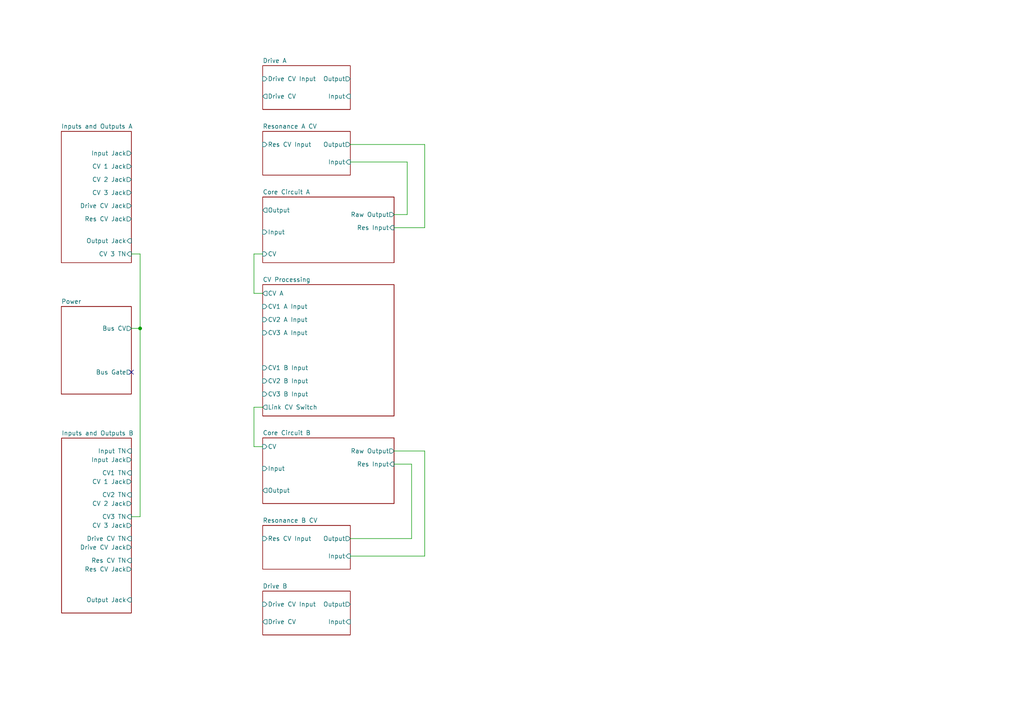
<source format=kicad_sch>
(kicad_sch
	(version 20231120)
	(generator "eeschema")
	(generator_version "8.0")
	(uuid "58f4306d-5387-4983-bb08-41a2313fd315")
	(paper "A4")
	(title_block
		(rev "1")
		(company "DMH Instruments")
		(comment 1 "PCB for 10cm Kosmo format synthesizer module")
	)
	(lib_symbols)
	(junction
		(at 40.64 95.25)
		(diameter 0)
		(color 0 0 0 0)
		(uuid "ae62047c-d798-45a1-bc53-ba40c7f120dc")
	)
	(no_connect
		(at 38.1 107.95)
		(uuid "c3efc957-5c9a-4c4d-bff6-58ef546f2e50")
	)
	(wire
		(pts
			(xy 119.38 134.62) (xy 114.3 134.62)
		)
		(stroke
			(width 0)
			(type default)
		)
		(uuid "03f48f1e-c0be-4993-8fd0-6184ac594184")
	)
	(wire
		(pts
			(xy 73.66 118.11) (xy 73.66 129.54)
		)
		(stroke
			(width 0)
			(type default)
		)
		(uuid "06461a24-65a8-4f29-b468-fb115e759053")
	)
	(wire
		(pts
			(xy 119.38 156.21) (xy 119.38 134.62)
		)
		(stroke
			(width 0)
			(type default)
		)
		(uuid "0c98e710-5377-4b53-84e2-a1ada2fe23d9")
	)
	(wire
		(pts
			(xy 73.66 73.66) (xy 76.2 73.66)
		)
		(stroke
			(width 0)
			(type default)
		)
		(uuid "15611dea-1bb5-4768-883d-aa3f07165b79")
	)
	(wire
		(pts
			(xy 73.66 129.54) (xy 76.2 129.54)
		)
		(stroke
			(width 0)
			(type default)
		)
		(uuid "2684c3fd-aa92-481d-bf6f-0a862abcfd70")
	)
	(wire
		(pts
			(xy 101.6 41.91) (xy 123.19 41.91)
		)
		(stroke
			(width 0)
			(type default)
		)
		(uuid "2c5b4678-41ec-4623-a0ae-d1cc8a4fae80")
	)
	(wire
		(pts
			(xy 73.66 85.09) (xy 73.66 73.66)
		)
		(stroke
			(width 0)
			(type default)
		)
		(uuid "2ebb231c-4c9d-464b-8c9a-cdb122f0384a")
	)
	(wire
		(pts
			(xy 114.3 62.23) (xy 118.11 62.23)
		)
		(stroke
			(width 0)
			(type default)
		)
		(uuid "38db5cc9-7864-42b5-96b3-f54ad77659d6")
	)
	(wire
		(pts
			(xy 114.3 130.81) (xy 123.19 130.81)
		)
		(stroke
			(width 0)
			(type default)
		)
		(uuid "4d9e7297-09e9-4ab8-bb61-3f2449e7fd9a")
	)
	(wire
		(pts
			(xy 118.11 62.23) (xy 118.11 46.99)
		)
		(stroke
			(width 0)
			(type default)
		)
		(uuid "4fab343e-57f8-4157-af3d-20d08204e64b")
	)
	(wire
		(pts
			(xy 38.1 95.25) (xy 40.64 95.25)
		)
		(stroke
			(width 0)
			(type default)
		)
		(uuid "54a31105-c949-4e20-ba03-7bf61462e862")
	)
	(wire
		(pts
			(xy 40.64 95.25) (xy 40.64 73.66)
		)
		(stroke
			(width 0)
			(type default)
		)
		(uuid "5618438b-4258-4440-a062-f98a5b8ca4e1")
	)
	(wire
		(pts
			(xy 40.64 149.86) (xy 40.64 95.25)
		)
		(stroke
			(width 0)
			(type default)
		)
		(uuid "70db4c61-23a5-4371-af61-c3d4ac30d6db")
	)
	(wire
		(pts
			(xy 123.19 130.81) (xy 123.19 161.29)
		)
		(stroke
			(width 0)
			(type default)
		)
		(uuid "a0bc58f4-c3f0-47d8-a7aa-4265b99c9aef")
	)
	(wire
		(pts
			(xy 101.6 156.21) (xy 119.38 156.21)
		)
		(stroke
			(width 0)
			(type default)
		)
		(uuid "a8e249d2-fdfb-4728-88e3-ce2a0d2222fc")
	)
	(wire
		(pts
			(xy 123.19 41.91) (xy 123.19 66.04)
		)
		(stroke
			(width 0)
			(type default)
		)
		(uuid "abfdbcaa-bbeb-4c5d-ae99-3e78a9ec8605")
	)
	(wire
		(pts
			(xy 118.11 46.99) (xy 101.6 46.99)
		)
		(stroke
			(width 0)
			(type default)
		)
		(uuid "b1720a31-9662-4e79-8571-edcc99f81cc9")
	)
	(wire
		(pts
			(xy 38.1 149.86) (xy 40.64 149.86)
		)
		(stroke
			(width 0)
			(type default)
		)
		(uuid "d2622b86-c167-4e38-93b2-fdf08abc7279")
	)
	(wire
		(pts
			(xy 123.19 161.29) (xy 101.6 161.29)
		)
		(stroke
			(width 0)
			(type default)
		)
		(uuid "d7ec01b7-4f76-4119-a2a7-a1cf4aa42ad8")
	)
	(wire
		(pts
			(xy 76.2 118.11) (xy 73.66 118.11)
		)
		(stroke
			(width 0)
			(type default)
		)
		(uuid "dc8cf37c-7da9-4bbb-bdc8-aec55fd55d0c")
	)
	(wire
		(pts
			(xy 40.64 73.66) (xy 38.1 73.66)
		)
		(stroke
			(width 0)
			(type default)
		)
		(uuid "e025a550-cd99-43d8-9eca-e164632960b4")
	)
	(wire
		(pts
			(xy 114.3 66.04) (xy 123.19 66.04)
		)
		(stroke
			(width 0)
			(type default)
		)
		(uuid "e5c0260a-822d-4e03-83d4-ef4cdf9cbac6")
	)
	(wire
		(pts
			(xy 76.2 85.09) (xy 73.66 85.09)
		)
		(stroke
			(width 0)
			(type default)
		)
		(uuid "ea0212be-bf15-49ab-a228-b1eab6dd23bf")
	)
	(sheet
		(at 17.78 88.9)
		(size 20.32 25.4)
		(fields_autoplaced yes)
		(stroke
			(width 0.1524)
			(type solid)
		)
		(fill
			(color 0 0 0 0.0000)
		)
		(uuid "0cdf34b2-39cd-4d9e-981a-97cd34791509")
		(property "Sheetname" "Power"
			(at 17.78 88.1884 0)
			(effects
				(font
					(size 1.27 1.27)
				)
				(justify left bottom)
			)
		)
		(property "Sheetfile" "Power.kicad_sch"
			(at 17.78 114.8846 0)
			(effects
				(font
					(size 1.27 1.27)
				)
				(justify left top)
				(hide yes)
			)
		)
		(pin "Bus Gate" output
			(at 38.1 107.95 0)
			(effects
				(font
					(size 1.27 1.27)
				)
				(justify right)
			)
			(uuid "35434339-bc2b-4868-9a18-95483283b276")
		)
		(pin "Bus CV" output
			(at 38.1 95.25 0)
			(effects
				(font
					(size 1.27 1.27)
				)
				(justify right)
			)
			(uuid "0197176f-d754-4695-b74f-89d14faa0aea")
		)
		(instances
			(project "DMH_Dual_VCF_Diode_Ladder_Mk2_PCB_1"
				(path "/58f4306d-5387-4983-bb08-41a2313fd315"
					(page "11")
				)
			)
		)
	)
	(sheet
		(at 76.2 127)
		(size 38.1 19.05)
		(fields_autoplaced yes)
		(stroke
			(width 0.1524)
			(type solid)
		)
		(fill
			(color 0 0 0 0.0000)
		)
		(uuid "5770dcd3-eb9e-472f-b743-1e3eb22ed082")
		(property "Sheetname" "Core Circuit B"
			(at 76.2 126.2884 0)
			(effects
				(font
					(size 1.27 1.27)
				)
				(justify left bottom)
			)
		)
		(property "Sheetfile" "Core_Circuit_B.kicad_sch"
			(at 76.2 146.6346 0)
			(effects
				(font
					(size 1.27 1.27)
				)
				(justify left top)
				(hide yes)
			)
		)
		(pin "Output" output
			(at 76.2 142.24 180)
			(effects
				(font
					(size 1.27 1.27)
				)
				(justify left)
			)
			(uuid "824ef3c1-8d70-4ca7-882a-a32dfb81527f")
		)
		(pin "Input" input
			(at 76.2 135.89 180)
			(effects
				(font
					(size 1.27 1.27)
				)
				(justify left)
			)
			(uuid "bcef8807-861a-4d95-b13b-d41a91dc844c")
		)
		(pin "Res Input" input
			(at 114.3 134.62 0)
			(effects
				(font
					(size 1.27 1.27)
				)
				(justify right)
			)
			(uuid "b7a34321-2d41-4484-92ec-d4d23de604d5")
		)
		(pin "Raw Output" output
			(at 114.3 130.81 0)
			(effects
				(font
					(size 1.27 1.27)
				)
				(justify right)
			)
			(uuid "4832c5e1-a160-43b2-a24e-b935623ff9d1")
		)
		(pin "CV" input
			(at 76.2 129.54 180)
			(effects
				(font
					(size 1.27 1.27)
				)
				(justify left)
			)
			(uuid "859a537d-346b-4852-840d-d21ccb349166")
		)
		(instances
			(project "DMH_Dual_VCF_Diode_Ladder_Mk2_PCB_1"
				(path "/58f4306d-5387-4983-bb08-41a2313fd315"
					(page "8")
				)
			)
		)
	)
	(sheet
		(at 76.2 19.05)
		(size 25.4 12.7)
		(fields_autoplaced yes)
		(stroke
			(width 0.1524)
			(type solid)
		)
		(fill
			(color 0 0 0 0.0000)
		)
		(uuid "76f3ab41-888d-43b6-843a-2a995f9c890b")
		(property "Sheetname" "Drive A"
			(at 76.2 18.3384 0)
			(effects
				(font
					(size 1.27 1.27)
				)
				(justify left bottom)
			)
		)
		(property "Sheetfile" "Drive_A.kicad_sch"
			(at 76.2 32.3346 0)
			(effects
				(font
					(size 1.27 1.27)
				)
				(justify left top)
				(hide yes)
			)
		)
		(pin "Input" input
			(at 101.6 27.94 0)
			(effects
				(font
					(size 1.27 1.27)
				)
				(justify right)
			)
			(uuid "d538a505-0803-4f76-865e-a0bc33415bef")
		)
		(pin "Output" output
			(at 101.6 22.86 0)
			(effects
				(font
					(size 1.27 1.27)
				)
				(justify right)
			)
			(uuid "35bf57e3-48c5-41b0-843d-d0fb2b4d7770")
		)
		(pin "Drive CV Input" input
			(at 76.2 22.86 180)
			(effects
				(font
					(size 1.27 1.27)
				)
				(justify left)
			)
			(uuid "ef1b89a2-5e0d-43a0-ae25-8c76fb42ed32")
		)
		(pin "Drive CV" output
			(at 76.2 27.94 180)
			(effects
				(font
					(size 1.27 1.27)
				)
				(justify left)
			)
			(uuid "ee606573-3449-4bcc-a78b-972a7d448d91")
		)
		(instances
			(project "DMH_Dual_VCF_Diode_Ladder_Mk2_PCB_1"
				(path "/58f4306d-5387-4983-bb08-41a2313fd315"
					(page "5")
				)
			)
		)
	)
	(sheet
		(at 76.2 57.15)
		(size 38.1 19.05)
		(fields_autoplaced yes)
		(stroke
			(width 0.1524)
			(type solid)
		)
		(fill
			(color 0 0 0 0.0000)
		)
		(uuid "7ad2d702-dfb7-4d49-a82d-34430dd5948f")
		(property "Sheetname" "Core Circuit A"
			(at 76.2 56.4384 0)
			(effects
				(font
					(size 1.27 1.27)
				)
				(justify left bottom)
			)
		)
		(property "Sheetfile" "Core_Circuit_A.kicad_sch"
			(at 76.2 76.7846 0)
			(effects
				(font
					(size 1.27 1.27)
				)
				(justify left top)
				(hide yes)
			)
		)
		(pin "Output" output
			(at 76.2 60.96 180)
			(effects
				(font
					(size 1.27 1.27)
				)
				(justify left)
			)
			(uuid "2ac4b1a4-34c1-4db4-980a-cb367d4c33e2")
		)
		(pin "Input" input
			(at 76.2 67.31 180)
			(effects
				(font
					(size 1.27 1.27)
				)
				(justify left)
			)
			(uuid "3d751bb9-bc86-4e9e-b126-7a702b24f8d2")
		)
		(pin "Res Input" input
			(at 114.3 66.04 0)
			(effects
				(font
					(size 1.27 1.27)
				)
				(justify right)
			)
			(uuid "6567e6d9-c4a8-4cc8-9f65-8f2af85846ff")
		)
		(pin "Raw Output" output
			(at 114.3 62.23 0)
			(effects
				(font
					(size 1.27 1.27)
				)
				(justify right)
			)
			(uuid "50835797-2993-4f04-8087-d43d338e1667")
		)
		(pin "CV" input
			(at 76.2 73.66 180)
			(effects
				(font
					(size 1.27 1.27)
				)
				(justify left)
			)
			(uuid "14a92ebc-2d16-4e2d-a395-2b6edd22de99")
		)
		(instances
			(project "DMH_Dual_VCF_Diode_Ladder_Mk2_PCB_1"
				(path "/58f4306d-5387-4983-bb08-41a2313fd315"
					(page "7")
				)
			)
		)
	)
	(sheet
		(at 76.2 38.1)
		(size 25.4 12.7)
		(fields_autoplaced yes)
		(stroke
			(width 0.1524)
			(type solid)
		)
		(fill
			(color 0 0 0 0.0000)
		)
		(uuid "ad5c5475-8483-41b0-97cc-617422d54799")
		(property "Sheetname" "Resonance A CV"
			(at 76.2 37.3884 0)
			(effects
				(font
					(size 1.27 1.27)
				)
				(justify left bottom)
			)
		)
		(property "Sheetfile" "Resonance_A_CV.kicad_sch"
			(at 76.2 51.3846 0)
			(effects
				(font
					(size 1.27 1.27)
				)
				(justify left top)
				(hide yes)
			)
		)
		(pin "Input" input
			(at 101.6 46.99 0)
			(effects
				(font
					(size 1.27 1.27)
				)
				(justify right)
			)
			(uuid "759dbb16-01a1-47a3-a42b-9aac215e21f7")
		)
		(pin "Output" output
			(at 101.6 41.91 0)
			(effects
				(font
					(size 1.27 1.27)
				)
				(justify right)
			)
			(uuid "8ebeeb78-af77-44a1-9eb9-5d05b3f2be12")
		)
		(pin "Res CV Input" input
			(at 76.2 41.91 180)
			(effects
				(font
					(size 1.27 1.27)
				)
				(justify left)
			)
			(uuid "5e2f43c0-0bbd-45b5-b465-8ad353600128")
		)
		(instances
			(project "DMH_Dual_VCF_Diode_Ladder_Mk2_PCB_1"
				(path "/58f4306d-5387-4983-bb08-41a2313fd315"
					(page "9")
				)
			)
		)
	)
	(sheet
		(at 17.78 38.1)
		(size 20.32 38.1)
		(fields_autoplaced yes)
		(stroke
			(width 0.1524)
			(type solid)
		)
		(fill
			(color 0 0 0 0.0000)
		)
		(uuid "ce3fef8b-9f1d-4178-b50b-4a046c030679")
		(property "Sheetname" "Inputs and Outputs A"
			(at 17.78 37.3884 0)
			(effects
				(font
					(size 1.27 1.27)
				)
				(justify left bottom)
			)
		)
		(property "Sheetfile" "Inputs_and_Outputs_A.kicad_sch"
			(at 17.78 76.7846 0)
			(effects
				(font
					(size 1.27 1.27)
				)
				(justify left top)
				(hide yes)
			)
		)
		(pin "Output Jack" input
			(at 38.1 69.85 0)
			(effects
				(font
					(size 1.27 1.27)
				)
				(justify right)
			)
			(uuid "47d6f700-19ac-440c-a9bd-0184205b1d14")
		)
		(pin "Input Jack" output
			(at 38.1 44.45 0)
			(effects
				(font
					(size 1.27 1.27)
				)
				(justify right)
			)
			(uuid "d1cfb4b1-5a54-4286-ba01-f85047d51a10")
		)
		(pin "CV 1 Jack" output
			(at 38.1 48.26 0)
			(effects
				(font
					(size 1.27 1.27)
				)
				(justify right)
			)
			(uuid "3a5cdf2a-d250-44b0-a6fb-6b8952b38724")
		)
		(pin "CV 2 Jack" output
			(at 38.1 52.07 0)
			(effects
				(font
					(size 1.27 1.27)
				)
				(justify right)
			)
			(uuid "371c4516-13c1-4a0f-8a4f-05e2b95ce388")
		)
		(pin "Res CV Jack" output
			(at 38.1 63.5 0)
			(effects
				(font
					(size 1.27 1.27)
				)
				(justify right)
			)
			(uuid "c9a6071c-bf2c-48ab-8517-dacace690546")
		)
		(pin "CV 3 Jack" output
			(at 38.1 55.88 0)
			(effects
				(font
					(size 1.27 1.27)
				)
				(justify right)
			)
			(uuid "1cb370ea-3a3c-44a0-9fbe-b104757df6cc")
		)
		(pin "Drive CV Jack" output
			(at 38.1 59.69 0)
			(effects
				(font
					(size 1.27 1.27)
				)
				(justify right)
			)
			(uuid "b2d820bb-c772-469a-b050-690363f0cab9")
		)
		(pin "CV 3 TN" input
			(at 38.1 73.66 0)
			(effects
				(font
					(size 1.27 1.27)
				)
				(justify right)
			)
			(uuid "714ea5d8-733e-4afe-a46c-b65a9b4e5759")
		)
		(instances
			(project "DMH_Dual_VCF_Diode_Ladder_Mk2_PCB_1"
				(path "/58f4306d-5387-4983-bb08-41a2313fd315"
					(page "2")
				)
			)
		)
	)
	(sheet
		(at 76.2 82.55)
		(size 38.1 38.1)
		(fields_autoplaced yes)
		(stroke
			(width 0.1524)
			(type solid)
		)
		(fill
			(color 0 0 0 0.0000)
		)
		(uuid "ec2d44bc-ed06-4f0b-a22e-df640fa5e089")
		(property "Sheetname" "CV Processing"
			(at 76.2 81.8384 0)
			(effects
				(font
					(size 1.27 1.27)
				)
				(justify left bottom)
			)
		)
		(property "Sheetfile" "CV_Processing.kicad_sch"
			(at 76.2 121.2346 0)
			(effects
				(font
					(size 1.27 1.27)
				)
				(justify left top)
				(hide yes)
			)
		)
		(pin "CV A" output
			(at 76.2 85.09 180)
			(effects
				(font
					(size 1.27 1.27)
				)
				(justify left)
			)
			(uuid "5c8ec3db-a5bb-4825-b2f3-ed08c540010e")
		)
		(pin "CV1 B Input" input
			(at 76.2 106.68 180)
			(effects
				(font
					(size 1.27 1.27)
				)
				(justify left)
			)
			(uuid "849669a4-586a-4144-aaaf-708d4277edda")
		)
		(pin "CV2 B Input" input
			(at 76.2 110.49 180)
			(effects
				(font
					(size 1.27 1.27)
				)
				(justify left)
			)
			(uuid "2446d5b8-c527-42a6-82e3-afe03ec6bcdf")
		)
		(pin "CV1 A Input" input
			(at 76.2 88.9 180)
			(effects
				(font
					(size 1.27 1.27)
				)
				(justify left)
			)
			(uuid "7fee05fc-ab9e-4f56-8220-ff4043829c09")
		)
		(pin "CV2 A Input" input
			(at 76.2 92.71 180)
			(effects
				(font
					(size 1.27 1.27)
				)
				(justify left)
			)
			(uuid "888b3a4b-ebdb-40ac-8a64-6ded6ede7a04")
		)
		(pin "Link CV Switch" output
			(at 76.2 118.11 180)
			(effects
				(font
					(size 1.27 1.27)
				)
				(justify left)
			)
			(uuid "122885cd-c4d5-4a4a-8bab-9a984b057435")
		)
		(pin "CV3 A Input" input
			(at 76.2 96.52 180)
			(effects
				(font
					(size 1.27 1.27)
				)
				(justify left)
			)
			(uuid "bc9deaca-2561-45a7-94dc-c5b28c14cbc6")
		)
		(pin "CV3 B Input" input
			(at 76.2 114.3 180)
			(effects
				(font
					(size 1.27 1.27)
				)
				(justify left)
			)
			(uuid "f2ee901e-a8b2-43b8-b7e3-88ac6c40c236")
		)
		(instances
			(project "DMH_Dual_VCF_Diode_Ladder_Mk2_PCB_1"
				(path "/58f4306d-5387-4983-bb08-41a2313fd315"
					(page "4")
				)
			)
		)
	)
	(sheet
		(at 76.2 152.4)
		(size 25.4 12.7)
		(fields_autoplaced yes)
		(stroke
			(width 0.1524)
			(type solid)
		)
		(fill
			(color 0 0 0 0.0000)
		)
		(uuid "f0045393-e1d0-4de8-baba-b9053cd8a11d")
		(property "Sheetname" "Resonance B CV"
			(at 76.2 151.6884 0)
			(effects
				(font
					(size 1.27 1.27)
				)
				(justify left bottom)
			)
		)
		(property "Sheetfile" "Resonance_B_CV.kicad_sch"
			(at 76.2 165.6846 0)
			(effects
				(font
					(size 1.27 1.27)
				)
				(justify left top)
				(hide yes)
			)
		)
		(pin "Input" input
			(at 101.6 161.29 0)
			(effects
				(font
					(size 1.27 1.27)
				)
				(justify right)
			)
			(uuid "7a69cbeb-5ba7-4387-8c38-90749046f909")
		)
		(pin "Output" output
			(at 101.6 156.21 0)
			(effects
				(font
					(size 1.27 1.27)
				)
				(justify right)
			)
			(uuid "892a7498-a14f-4085-8932-564d9a487533")
		)
		(pin "Res CV Input" input
			(at 76.2 156.21 180)
			(effects
				(font
					(size 1.27 1.27)
				)
				(justify left)
			)
			(uuid "a1631f6c-3060-4c2a-9be6-4e437fe6f030")
		)
		(instances
			(project "DMH_Dual_VCF_Diode_Ladder_Mk2_PCB_1"
				(path "/58f4306d-5387-4983-bb08-41a2313fd315"
					(page "10")
				)
			)
		)
	)
	(sheet
		(at 17.8605 127.0805)
		(size 20.2395 50.7195)
		(fields_autoplaced yes)
		(stroke
			(width 0.1524)
			(type solid)
		)
		(fill
			(color 0 0 0 0.0000)
		)
		(uuid "f24a7deb-7368-4909-ac96-a87cdb4f6b04")
		(property "Sheetname" "Inputs and Outputs B"
			(at 17.8605 126.3689 0)
			(effects
				(font
					(size 1.27 1.27)
				)
				(justify left bottom)
			)
		)
		(property "Sheetfile" "Inputs_and_Outputs_B.kicad_sch"
			(at 17.8605 178.3846 0)
			(effects
				(font
					(size 1.27 1.27)
				)
				(justify left top)
				(hide yes)
			)
		)
		(pin "CV 2 Jack" output
			(at 38.1 146.05 0)
			(effects
				(font
					(size 1.27 1.27)
				)
				(justify right)
			)
			(uuid "5cbf7505-96bc-4bc5-89db-ef9d6841d143")
		)
		(pin "Output Jack" input
			(at 38.1 173.99 0)
			(effects
				(font
					(size 1.27 1.27)
				)
				(justify right)
			)
			(uuid "2544ea5a-6255-4365-9174-3f9d2181590e")
		)
		(pin "Res CV Jack" output
			(at 38.1 165.1 0)
			(effects
				(font
					(size 1.27 1.27)
				)
				(justify right)
			)
			(uuid "423173dc-79e1-4ab9-97dc-7e7997659c01")
		)
		(pin "Input Jack" output
			(at 38.1 133.35 0)
			(effects
				(font
					(size 1.27 1.27)
				)
				(justify right)
			)
			(uuid "de6662d5-25b4-4fed-869a-febe2813a33e")
		)
		(pin "CV 1 Jack" output
			(at 38.1 139.7 0)
			(effects
				(font
					(size 1.27 1.27)
				)
				(justify right)
			)
			(uuid "be565046-9944-48b8-9878-6b783a3c655a")
		)
		(pin "Input TN" input
			(at 38.1 130.81 0)
			(effects
				(font
					(size 1.27 1.27)
				)
				(justify right)
			)
			(uuid "0f1800c1-7acd-4145-abf8-d38e60b9ff68")
		)
		(pin "CV1 TN" input
			(at 38.1 137.16 0)
			(effects
				(font
					(size 1.27 1.27)
				)
				(justify right)
			)
			(uuid "afa8bfe7-3410-470c-803d-0c4e641f6065")
		)
		(pin "CV2 TN" input
			(at 38.1 143.51 0)
			(effects
				(font
					(size 1.27 1.27)
				)
				(justify right)
			)
			(uuid "16ea75c7-0728-4437-ace9-eb9a006d6731")
		)
		(pin "Res CV TN" input
			(at 38.1 162.56 0)
			(effects
				(font
					(size 1.27 1.27)
				)
				(justify right)
			)
			(uuid "16466809-61b0-4623-9987-b064c02cedda")
		)
		(pin "CV 3 Jack" output
			(at 38.1 152.4 0)
			(effects
				(font
					(size 1.27 1.27)
				)
				(justify right)
			)
			(uuid "688f8483-60f4-4b56-a0e2-9cfe97395e1d")
		)
		(pin "Drive CV Jack" output
			(at 38.1 158.75 0)
			(effects
				(font
					(size 1.27 1.27)
				)
				(justify right)
			)
			(uuid "a373a1db-15f6-410b-9db3-62e31feed4b1")
		)
		(pin "CV3 TN" input
			(at 38.1 149.86 0)
			(effects
				(font
					(size 1.27 1.27)
				)
				(justify right)
			)
			(uuid "0670c7ac-69da-4eb8-a5c4-69155f157fcf")
		)
		(pin "Drive CV TN" input
			(at 38.1 156.21 0)
			(effects
				(font
					(size 1.27 1.27)
				)
				(justify right)
			)
			(uuid "129e3172-64aa-42af-b75b-c290016a58ce")
		)
		(instances
			(project "DMH_Dual_VCF_Diode_Ladder_Mk2_PCB_1"
				(path "/58f4306d-5387-4983-bb08-41a2313fd315"
					(page "3")
				)
			)
		)
	)
	(sheet
		(at 76.2 171.45)
		(size 25.4 12.7)
		(fields_autoplaced yes)
		(stroke
			(width 0.1524)
			(type solid)
		)
		(fill
			(color 0 0 0 0.0000)
		)
		(uuid "fc37885e-257b-42ac-a311-5adb1094134c")
		(property "Sheetname" "Drive B"
			(at 76.2 170.7384 0)
			(effects
				(font
					(size 1.27 1.27)
				)
				(justify left bottom)
			)
		)
		(property "Sheetfile" "Drive_B.kicad_sch"
			(at 76.2 184.7346 0)
			(effects
				(font
					(size 1.27 1.27)
				)
				(justify left top)
				(hide yes)
			)
		)
		(pin "Input" input
			(at 101.6 180.34 0)
			(effects
				(font
					(size 1.27 1.27)
				)
				(justify right)
			)
			(uuid "76ec093b-f182-4184-8aea-15e8c3005cea")
		)
		(pin "Output" output
			(at 101.6 175.26 0)
			(effects
				(font
					(size 1.27 1.27)
				)
				(justify right)
			)
			(uuid "c29129d3-04ed-4883-b3db-17e99fc46c78")
		)
		(pin "Drive CV Input" input
			(at 76.2 175.26 180)
			(effects
				(font
					(size 1.27 1.27)
				)
				(justify left)
			)
			(uuid "d1efd5f0-5a64-4907-9e87-adacfa09e3d2")
		)
		(pin "Drive CV" output
			(at 76.2 180.34 180)
			(effects
				(font
					(size 1.27 1.27)
				)
				(justify left)
			)
			(uuid "0655071e-d750-48de-8ad9-f26361191d0a")
		)
		(instances
			(project "DMH_Dual_VCF_Diode_Ladder_Mk2_PCB_1"
				(path "/58f4306d-5387-4983-bb08-41a2313fd315"
					(page "6")
				)
			)
		)
	)
	(sheet_instances
		(path "/"
			(page "1")
		)
	)
)

</source>
